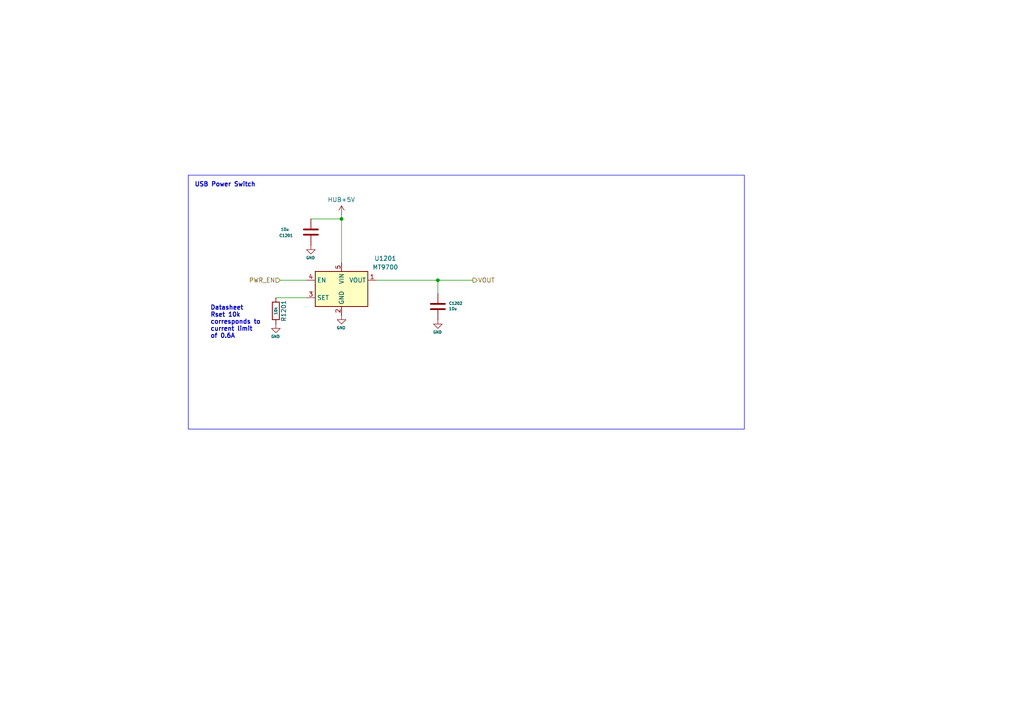
<source format=kicad_sch>
(kicad_sch (version 20231120) (generator "eeschema") (generator_version "8.0")
  (paper "A4")
  (title_block (title "Octoprobe tentacle") (date "2024-07-31") (rev "0.3") (company "Hans Märki, Märki Informatik") (comment 1 "The MIT License (MIT)"))
  (lib_symbols
    (symbol "00_project_library:C" (pin_numbers hide) (pin_names (offset 0.254))
      (property "Reference" "C" (at 0.635 2.54 0))
      (property "Value" "C" (at 0.635 -2.54 0))
      (symbol "C_0_1"
        (polyline (pts (xy -2.032 -0.762) (xy 2.032 -0.762)) (stroke (width 0.508)))
        (polyline (pts (xy -2.032 0.762) (xy 2.032 0.762)) (stroke (width 0.508)))
      )
      (symbol "C_1_1"
        (pin passive line (at 0 3.81 270) (length 2.794) (name "~") (number "1"))
        (pin passive line (at 0 -3.81 90) (length 2.794) (name "~") (number "2"))
      )
    )
    (symbol "00_project_library:MT9700"
      (property "Reference" "U" (at -7.62 6.35 0))
      (property "Value" "MT9700" (at 1.27 6.35 0))
      (symbol "MT9700_0_1"
        (rectangle (start -7.62 5.08) (end 7.62 -5.08) (stroke (width 0.254)) (fill (type background)))
      )
      (symbol "MT9700_1_1"
        (pin power_out line (at 10.16 2.54 180) (length 2.54) (name "VOUT") (number "1"))
        (pin power_in line (at 0 -7.62 90) (length 2.54) (name "GND") (number "2"))
        (pin input line (at -10.16 -2.54 0) (length 2.54) (name "SET") (number "3"))
        (pin input line (at -10.16 2.54 0) (length 2.54) (name "EN") (number "4"))
        (pin power_in line (at 0 7.62 270) (length 2.54) (name "VIN") (number "5"))
      )
    )
    (symbol "Device:R" (pin_numbers hide) (pin_names (offset 0))
      (property "Reference" "R" (at 2.032 0 90))
      (property "Value" "R" (at 0 0 90))
      (symbol "R_0_1"
        (rectangle (start -1.016 -2.54) (end 1.016 2.54) (stroke (width 0.254)))
      )
      (symbol "R_1_1"
        (pin passive line (at 0 3.81 270) (length 1.27) (name "~") (number "1"))
        (pin passive line (at 0 -3.81 90) (length 1.27) (name "~") (number "2"))
      )
    )
    (symbol "power:+5V" (power) (pin_numbers hide) (pin_names (offset 0) hide)
      (property "Value" "+5V" (at 0 3.556 0))
      (symbol "+5V_0_1"
        (polyline (pts (xy -0.762 1.27) (xy 0 2.54)))
        (polyline (pts (xy 0 0) (xy 0 2.54)))
        (polyline (pts (xy 0 2.54) (xy 0.762 1.27)))
      )
      (symbol "+5V_1_1"
        (pin power_in line (at 0 0 90) (length 0) (name "~") (number "1"))
      )
    )
    (symbol "power:GND" (power) (pin_numbers hide) (pin_names (offset 0) hide)
      (property "Value" "GND" (at 0 -3.81 0))
      (symbol "GND_0_1"
        (polyline (pts (xy 0 0) (xy 0 -1.27) (xy 1.27 -1.27) (xy 0 -2.54) (xy -1.27 -1.27) (xy 0 -1.27)))
      )
      (symbol "GND_1_1"
        (pin power_in line (at 0 0 270) (length 0) (name "~") (number "1"))
      )
    )
  )
  (junction (at 127 81.28))
  (junction (at 99.06 63.5))
  (wire (pts (xy 127 85.09) (xy 127 81.28)))
  (wire (pts (xy 81.28 81.28) (xy 88.9 81.28)))
  (wire (pts (xy 99.06 62.23) (xy 99.06 63.5)))
  (wire (pts (xy 90.17 63.5) (xy 99.06 63.5)))
  (wire (pts (xy 127 81.28) (xy 137.16 81.28)))
  (wire (pts (xy 80.01 86.36) (xy 88.9 86.36)))
  (wire (pts (xy 109.22 81.28) (xy 127 81.28)))
  (wire (pts (xy 99.06 63.5) (xy 99.06 76.2)))
  (rectangle (start 54.61 50.8) (end 215.9 124.46))
  (text "USB Power Switch" (at 56.388 54.356 0) (effects (font (size 1.27 1.27) (thickness 0.254) (bold yes)) (justify left bottom)))
  (text "Datasheet\nRset 10k\ncorresponds to\ncurrent limit\nof 0.6A" (at 60.96 98.298 0) (effects (font (size 1.27 1.27) (thickness 0.254) (bold yes)) (justify left bottom)))
  (hierarchical_label "PWR_EN" (shape input) (at 81.28 81.28 180))
  (hierarchical_label "VOUT" (shape output) (at 137.16 81.28 0))
  (symbol (lib_id "00_project_library:C") (at 127 88.9 0) (unit 1)
    (property "Reference" "C1202" (at 130.175 87.9856 0) (effects (font (size 0.8 0.8)) (justify left)))
    (property "Value" "10u" (at 130.175 89.535 0) (effects (font (size 0.8 0.8)) (justify left)))
    (property "Footprint" "Capacitor_SMD:C_0603_1608Metric" (effects (hide yes)))
    (instances (project "pcb_octoprobe" (path "" (reference "C1202") (unit 1)) (path "" (reference "C902") (unit 1))))
  )
  (symbol (lib_id "power:GND") (at 99.06 91.44 0) (unit 1)
    (property "Reference" "#PWR01204" (effects (hide yes)))
    (property "Value" "GND" (at 98.933 95.0722 0) (effects (font (size 0.8 0.8))))
    (property "Description" "Power symbol creates a global label with name \"GND\" , ground" (effects (hide yes)))
    (instances (project "pcb_octoprobe" (path "" (reference "#PWR01204") (unit 1)) (path "" (reference "#PWR0904") (unit 1))))
  )
  (symbol (lib_id "power:GND") (at 90.17 71.12 0) (unit 1)
    (property "Reference" "#PWR01202" (effects (hide yes)))
    (property "Value" "GND" (at 90.043 74.7522 0) (effects (font (size 0.8 0.8))))
    (property "Description" "Power symbol creates a global label with name \"GND\" , ground" (effects (hide yes)))
    (instances (project "pcb_octoprobe" (path "" (reference "#PWR01202") (unit 1)) (path "" (reference "#PWR0902") (unit 1))))
  )
  (symbol (lib_id "power:GND") (at 80.01 93.98 0) (unit 1)
    (property "Reference" "#PWR01201" (effects (hide yes)))
    (property "Value" "GND" (at 79.883 97.6122 0) (effects (font (size 0.8 0.8))))
    (property "Description" "Power symbol creates a global label with name \"GND\" , ground" (effects (hide yes)))
    (instances (project "pcb_octoprobe" (path "" (reference "#PWR01201") (unit 1)) (path "" (reference "#PWR0901") (unit 1))))
  )
  (symbol (lib_id "power:+5V") (at 99.06 62.23 0) (unit 1)
    (property "Reference" "#PWR01203" (effects (hide yes)))
    (property "Value" "HUB+5V" (at 94.996 57.912 0) (effects (justify left)))
    (property "Description" "Power symbol creates a global label with name \"+5V\"" (effects (hide yes)))
    (instances (project "pcb_octoprobe" (path "" (reference "#PWR01203") (unit 1)) (path "" (reference "#PWR0903") (unit 1))))
  )
  (symbol (lib_id "00_project_library:MT9700") (at 99.06 83.82 0) (unit 1)
    (property "Reference" "U1201" (at 111.76 74.9614 0))
    (property "Value" "MT9700" (at 111.76 77.5014 0))
    (property "Footprint" "Package_TO_SOT_SMD:SOT-23-5" (effects (hide yes)))
    (property "Datasheet" "https://wmsc.lcsc.com/wmsc/upload/file/pdf/v2/lcsc/1809291208_XI-AN-Aerosemi-Tech-MT9700_C89855.pdf" (effects (hide yes)))
    (property "Description" "80mΩ, Adjustable Fast Response Current-Limited Power-Distribution Switch, SOT-23-5" (effects (hide yes)))
    (property "JLC" "C89855" (effects (hide yes)))
    (instances (project "pcb_octoprobe" (path "" (reference "U1201") (unit 1)) (path "" (reference "U901") (unit 1))))
  )
  (symbol (lib_id "power:GND") (at 127 92.71 0) (unit 1)
    (property "Reference" "#PWR01205" (effects (hide yes)))
    (property "Value" "GND" (at 126.873 96.3422 0) (effects (font (size 0.8 0.8))))
    (property "Description" "Power symbol creates a global label with name \"GND\" , ground" (effects (hide yes)))
    (instances (project "pcb_octoprobe" (path "" (reference "#PWR01205") (unit 1)) (path "" (reference "#PWR0905") (unit 1))))
  )
  (symbol (lib_id "00_project_library:C") (at 90.17 67.31 180) (unit 1)
    (property "Reference" "C1201" (at 84.963 68.326 0) (effects (font (size 0.8 0.8)) (justify left)))
    (property "Value" "10u" (at 83.82 66.548 0) (effects (font (size 0.8 0.8)) (justify left)))
    (property "Footprint" "Capacitor_SMD:C_0603_1608Metric" (effects (hide yes)))
    (instances (project "pcb_octoprobe" (path "" (reference "C1201") (unit 1)) (path "" (reference "C901") (unit 1))))
  )
  (symbol (lib_id "Device:R") (at 80.01 90.17 180) (unit 1)
    (property "Reference" "R1201" (at 82.296 90.17 90))
    (property "Value" "10k" (at 80.01 90.17 90) (effects (font (size 0.8 0.8))))
    (property "Footprint" "Resistor_SMD:R_0805_2012Metric" (effects (hide yes)))
    (instances (project "pcb_octoprobe" (path "" (reference "R1201") (unit 1)) (path "" (reference "R901") (unit 1))))
  )
)
</source>
